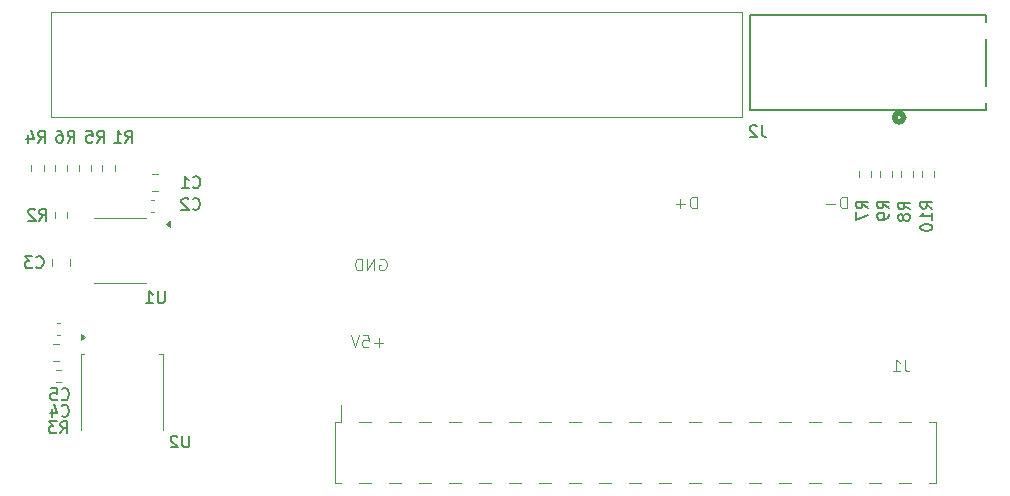
<source format=gbr>
%TF.GenerationSoftware,KiCad,Pcbnew,8.0.2*%
%TF.CreationDate,2024-06-02T13:55:41-07:00*%
%TF.ProjectId,RLS_PCBA,524c535f-5043-4424-912e-6b696361645f,rev?*%
%TF.SameCoordinates,Original*%
%TF.FileFunction,Legend,Bot*%
%TF.FilePolarity,Positive*%
%FSLAX46Y46*%
G04 Gerber Fmt 4.6, Leading zero omitted, Abs format (unit mm)*
G04 Created by KiCad (PCBNEW 8.0.2) date 2024-06-02 13:55:41*
%MOMM*%
%LPD*%
G01*
G04 APERTURE LIST*
%ADD10C,0.100000*%
%ADD11C,0.150000*%
%ADD12C,0.120000*%
%ADD13C,0.152400*%
%ADD14C,0.508000*%
G04 APERTURE END LIST*
D10*
X163875000Y-103109000D02*
X160475000Y-103109000D01*
X163875000Y-94234000D02*
X160350000Y-94234000D01*
X160475000Y-103109000D02*
X120475000Y-103109000D01*
X120350000Y-94234000D02*
X105350000Y-94234000D01*
X160350000Y-94234000D02*
X120350000Y-94234000D01*
X163875000Y-94234000D02*
X163875000Y-103109000D01*
X120475000Y-103109000D02*
X105350000Y-103109000D01*
X105350000Y-94234000D02*
X105350000Y-103109000D01*
X172696115Y-110870419D02*
X172696115Y-109870419D01*
X172696115Y-109870419D02*
X172458020Y-109870419D01*
X172458020Y-109870419D02*
X172315163Y-109918038D01*
X172315163Y-109918038D02*
X172219925Y-110013276D01*
X172219925Y-110013276D02*
X172172306Y-110108514D01*
X172172306Y-110108514D02*
X172124687Y-110298990D01*
X172124687Y-110298990D02*
X172124687Y-110441847D01*
X172124687Y-110441847D02*
X172172306Y-110632323D01*
X172172306Y-110632323D02*
X172219925Y-110727561D01*
X172219925Y-110727561D02*
X172315163Y-110822800D01*
X172315163Y-110822800D02*
X172458020Y-110870419D01*
X172458020Y-110870419D02*
X172696115Y-110870419D01*
X171696115Y-110489466D02*
X170934211Y-110489466D01*
X159996115Y-110870419D02*
X159996115Y-109870419D01*
X159996115Y-109870419D02*
X159758020Y-109870419D01*
X159758020Y-109870419D02*
X159615163Y-109918038D01*
X159615163Y-109918038D02*
X159519925Y-110013276D01*
X159519925Y-110013276D02*
X159472306Y-110108514D01*
X159472306Y-110108514D02*
X159424687Y-110298990D01*
X159424687Y-110298990D02*
X159424687Y-110441847D01*
X159424687Y-110441847D02*
X159472306Y-110632323D01*
X159472306Y-110632323D02*
X159519925Y-110727561D01*
X159519925Y-110727561D02*
X159615163Y-110822800D01*
X159615163Y-110822800D02*
X159758020Y-110870419D01*
X159758020Y-110870419D02*
X159996115Y-110870419D01*
X158996115Y-110489466D02*
X158234211Y-110489466D01*
X158615163Y-110870419D02*
X158615163Y-110108514D01*
X133172306Y-115170038D02*
X133267544Y-115122419D01*
X133267544Y-115122419D02*
X133410401Y-115122419D01*
X133410401Y-115122419D02*
X133553258Y-115170038D01*
X133553258Y-115170038D02*
X133648496Y-115265276D01*
X133648496Y-115265276D02*
X133696115Y-115360514D01*
X133696115Y-115360514D02*
X133743734Y-115550990D01*
X133743734Y-115550990D02*
X133743734Y-115693847D01*
X133743734Y-115693847D02*
X133696115Y-115884323D01*
X133696115Y-115884323D02*
X133648496Y-115979561D01*
X133648496Y-115979561D02*
X133553258Y-116074800D01*
X133553258Y-116074800D02*
X133410401Y-116122419D01*
X133410401Y-116122419D02*
X133315163Y-116122419D01*
X133315163Y-116122419D02*
X133172306Y-116074800D01*
X133172306Y-116074800D02*
X133124687Y-116027180D01*
X133124687Y-116027180D02*
X133124687Y-115693847D01*
X133124687Y-115693847D02*
X133315163Y-115693847D01*
X132696115Y-116122419D02*
X132696115Y-115122419D01*
X132696115Y-115122419D02*
X132124687Y-116122419D01*
X132124687Y-116122419D02*
X132124687Y-115122419D01*
X131648496Y-116122419D02*
X131648496Y-115122419D01*
X131648496Y-115122419D02*
X131410401Y-115122419D01*
X131410401Y-115122419D02*
X131267544Y-115170038D01*
X131267544Y-115170038D02*
X131172306Y-115265276D01*
X131172306Y-115265276D02*
X131124687Y-115360514D01*
X131124687Y-115360514D02*
X131077068Y-115550990D01*
X131077068Y-115550990D02*
X131077068Y-115693847D01*
X131077068Y-115693847D02*
X131124687Y-115884323D01*
X131124687Y-115884323D02*
X131172306Y-115979561D01*
X131172306Y-115979561D02*
X131267544Y-116074800D01*
X131267544Y-116074800D02*
X131410401Y-116122419D01*
X131410401Y-116122419D02*
X131648496Y-116122419D01*
X133446115Y-122241466D02*
X132684211Y-122241466D01*
X133065163Y-122622419D02*
X133065163Y-121860514D01*
X131731830Y-121622419D02*
X132208020Y-121622419D01*
X132208020Y-121622419D02*
X132255639Y-122098609D01*
X132255639Y-122098609D02*
X132208020Y-122050990D01*
X132208020Y-122050990D02*
X132112782Y-122003371D01*
X132112782Y-122003371D02*
X131874687Y-122003371D01*
X131874687Y-122003371D02*
X131779449Y-122050990D01*
X131779449Y-122050990D02*
X131731830Y-122098609D01*
X131731830Y-122098609D02*
X131684211Y-122193847D01*
X131684211Y-122193847D02*
X131684211Y-122431942D01*
X131684211Y-122431942D02*
X131731830Y-122527180D01*
X131731830Y-122527180D02*
X131779449Y-122574800D01*
X131779449Y-122574800D02*
X131874687Y-122622419D01*
X131874687Y-122622419D02*
X132112782Y-122622419D01*
X132112782Y-122622419D02*
X132208020Y-122574800D01*
X132208020Y-122574800D02*
X132255639Y-122527180D01*
X131398496Y-121622419D02*
X131065163Y-122622419D01*
X131065163Y-122622419D02*
X130731830Y-121622419D01*
D11*
X117334666Y-110903580D02*
X117382285Y-110951200D01*
X117382285Y-110951200D02*
X117525142Y-110998819D01*
X117525142Y-110998819D02*
X117620380Y-110998819D01*
X117620380Y-110998819D02*
X117763237Y-110951200D01*
X117763237Y-110951200D02*
X117858475Y-110855961D01*
X117858475Y-110855961D02*
X117906094Y-110760723D01*
X117906094Y-110760723D02*
X117953713Y-110570247D01*
X117953713Y-110570247D02*
X117953713Y-110427390D01*
X117953713Y-110427390D02*
X117906094Y-110236914D01*
X117906094Y-110236914D02*
X117858475Y-110141676D01*
X117858475Y-110141676D02*
X117763237Y-110046438D01*
X117763237Y-110046438D02*
X117620380Y-109998819D01*
X117620380Y-109998819D02*
X117525142Y-109998819D01*
X117525142Y-109998819D02*
X117382285Y-110046438D01*
X117382285Y-110046438D02*
X117334666Y-110094057D01*
X116953713Y-110094057D02*
X116906094Y-110046438D01*
X116906094Y-110046438D02*
X116810856Y-109998819D01*
X116810856Y-109998819D02*
X116572761Y-109998819D01*
X116572761Y-109998819D02*
X116477523Y-110046438D01*
X116477523Y-110046438D02*
X116429904Y-110094057D01*
X116429904Y-110094057D02*
X116382285Y-110189295D01*
X116382285Y-110189295D02*
X116382285Y-110284533D01*
X116382285Y-110284533D02*
X116429904Y-110427390D01*
X116429904Y-110427390D02*
X117001332Y-110998819D01*
X117001332Y-110998819D02*
X116382285Y-110998819D01*
X117359666Y-109053580D02*
X117407285Y-109101200D01*
X117407285Y-109101200D02*
X117550142Y-109148819D01*
X117550142Y-109148819D02*
X117645380Y-109148819D01*
X117645380Y-109148819D02*
X117788237Y-109101200D01*
X117788237Y-109101200D02*
X117883475Y-109005961D01*
X117883475Y-109005961D02*
X117931094Y-108910723D01*
X117931094Y-108910723D02*
X117978713Y-108720247D01*
X117978713Y-108720247D02*
X117978713Y-108577390D01*
X117978713Y-108577390D02*
X117931094Y-108386914D01*
X117931094Y-108386914D02*
X117883475Y-108291676D01*
X117883475Y-108291676D02*
X117788237Y-108196438D01*
X117788237Y-108196438D02*
X117645380Y-108148819D01*
X117645380Y-108148819D02*
X117550142Y-108148819D01*
X117550142Y-108148819D02*
X117407285Y-108196438D01*
X117407285Y-108196438D02*
X117359666Y-108244057D01*
X116407285Y-109148819D02*
X116978713Y-109148819D01*
X116692999Y-109148819D02*
X116692999Y-108148819D01*
X116692999Y-108148819D02*
X116788237Y-108291676D01*
X116788237Y-108291676D02*
X116883475Y-108386914D01*
X116883475Y-108386914D02*
X116978713Y-108434533D01*
X117029904Y-130098819D02*
X117029904Y-130908342D01*
X117029904Y-130908342D02*
X116982285Y-131003580D01*
X116982285Y-131003580D02*
X116934666Y-131051200D01*
X116934666Y-131051200D02*
X116839428Y-131098819D01*
X116839428Y-131098819D02*
X116648952Y-131098819D01*
X116648952Y-131098819D02*
X116553714Y-131051200D01*
X116553714Y-131051200D02*
X116506095Y-131003580D01*
X116506095Y-131003580D02*
X116458476Y-130908342D01*
X116458476Y-130908342D02*
X116458476Y-130098819D01*
X116029904Y-130194057D02*
X115982285Y-130146438D01*
X115982285Y-130146438D02*
X115887047Y-130098819D01*
X115887047Y-130098819D02*
X115648952Y-130098819D01*
X115648952Y-130098819D02*
X115553714Y-130146438D01*
X115553714Y-130146438D02*
X115506095Y-130194057D01*
X115506095Y-130194057D02*
X115458476Y-130289295D01*
X115458476Y-130289295D02*
X115458476Y-130384533D01*
X115458476Y-130384533D02*
X115506095Y-130527390D01*
X115506095Y-130527390D02*
X116077523Y-131098819D01*
X116077523Y-131098819D02*
X115458476Y-131098819D01*
X106234666Y-127003580D02*
X106282285Y-127051200D01*
X106282285Y-127051200D02*
X106425142Y-127098819D01*
X106425142Y-127098819D02*
X106520380Y-127098819D01*
X106520380Y-127098819D02*
X106663237Y-127051200D01*
X106663237Y-127051200D02*
X106758475Y-126955961D01*
X106758475Y-126955961D02*
X106806094Y-126860723D01*
X106806094Y-126860723D02*
X106853713Y-126670247D01*
X106853713Y-126670247D02*
X106853713Y-126527390D01*
X106853713Y-126527390D02*
X106806094Y-126336914D01*
X106806094Y-126336914D02*
X106758475Y-126241676D01*
X106758475Y-126241676D02*
X106663237Y-126146438D01*
X106663237Y-126146438D02*
X106520380Y-126098819D01*
X106520380Y-126098819D02*
X106425142Y-126098819D01*
X106425142Y-126098819D02*
X106282285Y-126146438D01*
X106282285Y-126146438D02*
X106234666Y-126194057D01*
X105329904Y-126098819D02*
X105806094Y-126098819D01*
X105806094Y-126098819D02*
X105853713Y-126575009D01*
X105853713Y-126575009D02*
X105806094Y-126527390D01*
X105806094Y-126527390D02*
X105710856Y-126479771D01*
X105710856Y-126479771D02*
X105472761Y-126479771D01*
X105472761Y-126479771D02*
X105377523Y-126527390D01*
X105377523Y-126527390D02*
X105329904Y-126575009D01*
X105329904Y-126575009D02*
X105282285Y-126670247D01*
X105282285Y-126670247D02*
X105282285Y-126908342D01*
X105282285Y-126908342D02*
X105329904Y-127003580D01*
X105329904Y-127003580D02*
X105377523Y-127051200D01*
X105377523Y-127051200D02*
X105472761Y-127098819D01*
X105472761Y-127098819D02*
X105710856Y-127098819D01*
X105710856Y-127098819D02*
X105806094Y-127051200D01*
X105806094Y-127051200D02*
X105853713Y-127003580D01*
X176281819Y-110858333D02*
X175805628Y-110525000D01*
X176281819Y-110286905D02*
X175281819Y-110286905D01*
X175281819Y-110286905D02*
X175281819Y-110667857D01*
X175281819Y-110667857D02*
X175329438Y-110763095D01*
X175329438Y-110763095D02*
X175377057Y-110810714D01*
X175377057Y-110810714D02*
X175472295Y-110858333D01*
X175472295Y-110858333D02*
X175615152Y-110858333D01*
X175615152Y-110858333D02*
X175710390Y-110810714D01*
X175710390Y-110810714D02*
X175758009Y-110763095D01*
X175758009Y-110763095D02*
X175805628Y-110667857D01*
X175805628Y-110667857D02*
X175805628Y-110286905D01*
X176281819Y-111334524D02*
X176281819Y-111525000D01*
X176281819Y-111525000D02*
X176234200Y-111620238D01*
X176234200Y-111620238D02*
X176186580Y-111667857D01*
X176186580Y-111667857D02*
X176043723Y-111763095D01*
X176043723Y-111763095D02*
X175853247Y-111810714D01*
X175853247Y-111810714D02*
X175472295Y-111810714D01*
X175472295Y-111810714D02*
X175377057Y-111763095D01*
X175377057Y-111763095D02*
X175329438Y-111715476D01*
X175329438Y-111715476D02*
X175281819Y-111620238D01*
X175281819Y-111620238D02*
X175281819Y-111429762D01*
X175281819Y-111429762D02*
X175329438Y-111334524D01*
X175329438Y-111334524D02*
X175377057Y-111286905D01*
X175377057Y-111286905D02*
X175472295Y-111239286D01*
X175472295Y-111239286D02*
X175710390Y-111239286D01*
X175710390Y-111239286D02*
X175805628Y-111286905D01*
X175805628Y-111286905D02*
X175853247Y-111334524D01*
X175853247Y-111334524D02*
X175900866Y-111429762D01*
X175900866Y-111429762D02*
X175900866Y-111620238D01*
X175900866Y-111620238D02*
X175853247Y-111715476D01*
X175853247Y-111715476D02*
X175805628Y-111763095D01*
X175805628Y-111763095D02*
X175710390Y-111810714D01*
X111634666Y-105298819D02*
X111967999Y-104822628D01*
X112206094Y-105298819D02*
X112206094Y-104298819D01*
X112206094Y-104298819D02*
X111825142Y-104298819D01*
X111825142Y-104298819D02*
X111729904Y-104346438D01*
X111729904Y-104346438D02*
X111682285Y-104394057D01*
X111682285Y-104394057D02*
X111634666Y-104489295D01*
X111634666Y-104489295D02*
X111634666Y-104632152D01*
X111634666Y-104632152D02*
X111682285Y-104727390D01*
X111682285Y-104727390D02*
X111729904Y-104775009D01*
X111729904Y-104775009D02*
X111825142Y-104822628D01*
X111825142Y-104822628D02*
X112206094Y-104822628D01*
X110682285Y-105298819D02*
X111253713Y-105298819D01*
X110967999Y-105298819D02*
X110967999Y-104298819D01*
X110967999Y-104298819D02*
X111063237Y-104441676D01*
X111063237Y-104441676D02*
X111158475Y-104536914D01*
X111158475Y-104536914D02*
X111253713Y-104584533D01*
X178064819Y-110958333D02*
X177588628Y-110625000D01*
X178064819Y-110386905D02*
X177064819Y-110386905D01*
X177064819Y-110386905D02*
X177064819Y-110767857D01*
X177064819Y-110767857D02*
X177112438Y-110863095D01*
X177112438Y-110863095D02*
X177160057Y-110910714D01*
X177160057Y-110910714D02*
X177255295Y-110958333D01*
X177255295Y-110958333D02*
X177398152Y-110958333D01*
X177398152Y-110958333D02*
X177493390Y-110910714D01*
X177493390Y-110910714D02*
X177541009Y-110863095D01*
X177541009Y-110863095D02*
X177588628Y-110767857D01*
X177588628Y-110767857D02*
X177588628Y-110386905D01*
X177493390Y-111529762D02*
X177445771Y-111434524D01*
X177445771Y-111434524D02*
X177398152Y-111386905D01*
X177398152Y-111386905D02*
X177302914Y-111339286D01*
X177302914Y-111339286D02*
X177255295Y-111339286D01*
X177255295Y-111339286D02*
X177160057Y-111386905D01*
X177160057Y-111386905D02*
X177112438Y-111434524D01*
X177112438Y-111434524D02*
X177064819Y-111529762D01*
X177064819Y-111529762D02*
X177064819Y-111720238D01*
X177064819Y-111720238D02*
X177112438Y-111815476D01*
X177112438Y-111815476D02*
X177160057Y-111863095D01*
X177160057Y-111863095D02*
X177255295Y-111910714D01*
X177255295Y-111910714D02*
X177302914Y-111910714D01*
X177302914Y-111910714D02*
X177398152Y-111863095D01*
X177398152Y-111863095D02*
X177445771Y-111815476D01*
X177445771Y-111815476D02*
X177493390Y-111720238D01*
X177493390Y-111720238D02*
X177493390Y-111529762D01*
X177493390Y-111529762D02*
X177541009Y-111434524D01*
X177541009Y-111434524D02*
X177588628Y-111386905D01*
X177588628Y-111386905D02*
X177683866Y-111339286D01*
X177683866Y-111339286D02*
X177874342Y-111339286D01*
X177874342Y-111339286D02*
X177969580Y-111386905D01*
X177969580Y-111386905D02*
X178017200Y-111434524D01*
X178017200Y-111434524D02*
X178064819Y-111529762D01*
X178064819Y-111529762D02*
X178064819Y-111720238D01*
X178064819Y-111720238D02*
X178017200Y-111815476D01*
X178017200Y-111815476D02*
X177969580Y-111863095D01*
X177969580Y-111863095D02*
X177874342Y-111910714D01*
X177874342Y-111910714D02*
X177683866Y-111910714D01*
X177683866Y-111910714D02*
X177588628Y-111863095D01*
X177588628Y-111863095D02*
X177541009Y-111815476D01*
X177541009Y-111815476D02*
X177493390Y-111720238D01*
X104359666Y-111898819D02*
X104692999Y-111422628D01*
X104931094Y-111898819D02*
X104931094Y-110898819D01*
X104931094Y-110898819D02*
X104550142Y-110898819D01*
X104550142Y-110898819D02*
X104454904Y-110946438D01*
X104454904Y-110946438D02*
X104407285Y-110994057D01*
X104407285Y-110994057D02*
X104359666Y-111089295D01*
X104359666Y-111089295D02*
X104359666Y-111232152D01*
X104359666Y-111232152D02*
X104407285Y-111327390D01*
X104407285Y-111327390D02*
X104454904Y-111375009D01*
X104454904Y-111375009D02*
X104550142Y-111422628D01*
X104550142Y-111422628D02*
X104931094Y-111422628D01*
X103978713Y-110994057D02*
X103931094Y-110946438D01*
X103931094Y-110946438D02*
X103835856Y-110898819D01*
X103835856Y-110898819D02*
X103597761Y-110898819D01*
X103597761Y-110898819D02*
X103502523Y-110946438D01*
X103502523Y-110946438D02*
X103454904Y-110994057D01*
X103454904Y-110994057D02*
X103407285Y-111089295D01*
X103407285Y-111089295D02*
X103407285Y-111184533D01*
X103407285Y-111184533D02*
X103454904Y-111327390D01*
X103454904Y-111327390D02*
X104026332Y-111898819D01*
X104026332Y-111898819D02*
X103407285Y-111898819D01*
X104234666Y-105298819D02*
X104567999Y-104822628D01*
X104806094Y-105298819D02*
X104806094Y-104298819D01*
X104806094Y-104298819D02*
X104425142Y-104298819D01*
X104425142Y-104298819D02*
X104329904Y-104346438D01*
X104329904Y-104346438D02*
X104282285Y-104394057D01*
X104282285Y-104394057D02*
X104234666Y-104489295D01*
X104234666Y-104489295D02*
X104234666Y-104632152D01*
X104234666Y-104632152D02*
X104282285Y-104727390D01*
X104282285Y-104727390D02*
X104329904Y-104775009D01*
X104329904Y-104775009D02*
X104425142Y-104822628D01*
X104425142Y-104822628D02*
X104806094Y-104822628D01*
X103377523Y-104632152D02*
X103377523Y-105298819D01*
X103615618Y-104251200D02*
X103853713Y-104965485D01*
X103853713Y-104965485D02*
X103234666Y-104965485D01*
X109234666Y-105298819D02*
X109567999Y-104822628D01*
X109806094Y-105298819D02*
X109806094Y-104298819D01*
X109806094Y-104298819D02*
X109425142Y-104298819D01*
X109425142Y-104298819D02*
X109329904Y-104346438D01*
X109329904Y-104346438D02*
X109282285Y-104394057D01*
X109282285Y-104394057D02*
X109234666Y-104489295D01*
X109234666Y-104489295D02*
X109234666Y-104632152D01*
X109234666Y-104632152D02*
X109282285Y-104727390D01*
X109282285Y-104727390D02*
X109329904Y-104775009D01*
X109329904Y-104775009D02*
X109425142Y-104822628D01*
X109425142Y-104822628D02*
X109806094Y-104822628D01*
X108329904Y-104298819D02*
X108806094Y-104298819D01*
X108806094Y-104298819D02*
X108853713Y-104775009D01*
X108853713Y-104775009D02*
X108806094Y-104727390D01*
X108806094Y-104727390D02*
X108710856Y-104679771D01*
X108710856Y-104679771D02*
X108472761Y-104679771D01*
X108472761Y-104679771D02*
X108377523Y-104727390D01*
X108377523Y-104727390D02*
X108329904Y-104775009D01*
X108329904Y-104775009D02*
X108282285Y-104870247D01*
X108282285Y-104870247D02*
X108282285Y-105108342D01*
X108282285Y-105108342D02*
X108329904Y-105203580D01*
X108329904Y-105203580D02*
X108377523Y-105251200D01*
X108377523Y-105251200D02*
X108472761Y-105298819D01*
X108472761Y-105298819D02*
X108710856Y-105298819D01*
X108710856Y-105298819D02*
X108806094Y-105251200D01*
X108806094Y-105251200D02*
X108853713Y-105203580D01*
X179947819Y-110882142D02*
X179471628Y-110548809D01*
X179947819Y-110310714D02*
X178947819Y-110310714D01*
X178947819Y-110310714D02*
X178947819Y-110691666D01*
X178947819Y-110691666D02*
X178995438Y-110786904D01*
X178995438Y-110786904D02*
X179043057Y-110834523D01*
X179043057Y-110834523D02*
X179138295Y-110882142D01*
X179138295Y-110882142D02*
X179281152Y-110882142D01*
X179281152Y-110882142D02*
X179376390Y-110834523D01*
X179376390Y-110834523D02*
X179424009Y-110786904D01*
X179424009Y-110786904D02*
X179471628Y-110691666D01*
X179471628Y-110691666D02*
X179471628Y-110310714D01*
X179947819Y-111834523D02*
X179947819Y-111263095D01*
X179947819Y-111548809D02*
X178947819Y-111548809D01*
X178947819Y-111548809D02*
X179090676Y-111453571D01*
X179090676Y-111453571D02*
X179185914Y-111358333D01*
X179185914Y-111358333D02*
X179233533Y-111263095D01*
X178947819Y-112453571D02*
X178947819Y-112548809D01*
X178947819Y-112548809D02*
X178995438Y-112644047D01*
X178995438Y-112644047D02*
X179043057Y-112691666D01*
X179043057Y-112691666D02*
X179138295Y-112739285D01*
X179138295Y-112739285D02*
X179328771Y-112786904D01*
X179328771Y-112786904D02*
X179566866Y-112786904D01*
X179566866Y-112786904D02*
X179757342Y-112739285D01*
X179757342Y-112739285D02*
X179852580Y-112691666D01*
X179852580Y-112691666D02*
X179900200Y-112644047D01*
X179900200Y-112644047D02*
X179947819Y-112548809D01*
X179947819Y-112548809D02*
X179947819Y-112453571D01*
X179947819Y-112453571D02*
X179900200Y-112358333D01*
X179900200Y-112358333D02*
X179852580Y-112310714D01*
X179852580Y-112310714D02*
X179757342Y-112263095D01*
X179757342Y-112263095D02*
X179566866Y-112215476D01*
X179566866Y-112215476D02*
X179328771Y-112215476D01*
X179328771Y-112215476D02*
X179138295Y-112263095D01*
X179138295Y-112263095D02*
X179043057Y-112310714D01*
X179043057Y-112310714D02*
X178995438Y-112358333D01*
X178995438Y-112358333D02*
X178947819Y-112453571D01*
D10*
X177625333Y-123663419D02*
X177625333Y-124377704D01*
X177625333Y-124377704D02*
X177672952Y-124520561D01*
X177672952Y-124520561D02*
X177768190Y-124615800D01*
X177768190Y-124615800D02*
X177911047Y-124663419D01*
X177911047Y-124663419D02*
X178006285Y-124663419D01*
X176625333Y-124663419D02*
X177196761Y-124663419D01*
X176911047Y-124663419D02*
X176911047Y-123663419D01*
X176911047Y-123663419D02*
X177006285Y-123806276D01*
X177006285Y-123806276D02*
X177101523Y-123901514D01*
X177101523Y-123901514D02*
X177196761Y-123949133D01*
D11*
X106134666Y-129898819D02*
X106467999Y-129422628D01*
X106706094Y-129898819D02*
X106706094Y-128898819D01*
X106706094Y-128898819D02*
X106325142Y-128898819D01*
X106325142Y-128898819D02*
X106229904Y-128946438D01*
X106229904Y-128946438D02*
X106182285Y-128994057D01*
X106182285Y-128994057D02*
X106134666Y-129089295D01*
X106134666Y-129089295D02*
X106134666Y-129232152D01*
X106134666Y-129232152D02*
X106182285Y-129327390D01*
X106182285Y-129327390D02*
X106229904Y-129375009D01*
X106229904Y-129375009D02*
X106325142Y-129422628D01*
X106325142Y-129422628D02*
X106706094Y-129422628D01*
X105801332Y-128898819D02*
X105182285Y-128898819D01*
X105182285Y-128898819D02*
X105515618Y-129279771D01*
X105515618Y-129279771D02*
X105372761Y-129279771D01*
X105372761Y-129279771D02*
X105277523Y-129327390D01*
X105277523Y-129327390D02*
X105229904Y-129375009D01*
X105229904Y-129375009D02*
X105182285Y-129470247D01*
X105182285Y-129470247D02*
X105182285Y-129708342D01*
X105182285Y-129708342D02*
X105229904Y-129803580D01*
X105229904Y-129803580D02*
X105277523Y-129851200D01*
X105277523Y-129851200D02*
X105372761Y-129898819D01*
X105372761Y-129898819D02*
X105658475Y-129898819D01*
X105658475Y-129898819D02*
X105753713Y-129851200D01*
X105753713Y-129851200D02*
X105801332Y-129803580D01*
X104082535Y-115824886D02*
X104130154Y-115872506D01*
X104130154Y-115872506D02*
X104273011Y-115920125D01*
X104273011Y-115920125D02*
X104368249Y-115920125D01*
X104368249Y-115920125D02*
X104511106Y-115872506D01*
X104511106Y-115872506D02*
X104606344Y-115777267D01*
X104606344Y-115777267D02*
X104653963Y-115682029D01*
X104653963Y-115682029D02*
X104701582Y-115491553D01*
X104701582Y-115491553D02*
X104701582Y-115348696D01*
X104701582Y-115348696D02*
X104653963Y-115158220D01*
X104653963Y-115158220D02*
X104606344Y-115062982D01*
X104606344Y-115062982D02*
X104511106Y-114967744D01*
X104511106Y-114967744D02*
X104368249Y-114920125D01*
X104368249Y-114920125D02*
X104273011Y-114920125D01*
X104273011Y-114920125D02*
X104130154Y-114967744D01*
X104130154Y-114967744D02*
X104082535Y-115015363D01*
X103749201Y-114920125D02*
X103130154Y-114920125D01*
X103130154Y-114920125D02*
X103463487Y-115301077D01*
X103463487Y-115301077D02*
X103320630Y-115301077D01*
X103320630Y-115301077D02*
X103225392Y-115348696D01*
X103225392Y-115348696D02*
X103177773Y-115396315D01*
X103177773Y-115396315D02*
X103130154Y-115491553D01*
X103130154Y-115491553D02*
X103130154Y-115729648D01*
X103130154Y-115729648D02*
X103177773Y-115824886D01*
X103177773Y-115824886D02*
X103225392Y-115872506D01*
X103225392Y-115872506D02*
X103320630Y-115920125D01*
X103320630Y-115920125D02*
X103606344Y-115920125D01*
X103606344Y-115920125D02*
X103701582Y-115872506D01*
X103701582Y-115872506D02*
X103749201Y-115824886D01*
X106734666Y-105298819D02*
X107067999Y-104822628D01*
X107306094Y-105298819D02*
X107306094Y-104298819D01*
X107306094Y-104298819D02*
X106925142Y-104298819D01*
X106925142Y-104298819D02*
X106829904Y-104346438D01*
X106829904Y-104346438D02*
X106782285Y-104394057D01*
X106782285Y-104394057D02*
X106734666Y-104489295D01*
X106734666Y-104489295D02*
X106734666Y-104632152D01*
X106734666Y-104632152D02*
X106782285Y-104727390D01*
X106782285Y-104727390D02*
X106829904Y-104775009D01*
X106829904Y-104775009D02*
X106925142Y-104822628D01*
X106925142Y-104822628D02*
X107306094Y-104822628D01*
X105877523Y-104298819D02*
X106067999Y-104298819D01*
X106067999Y-104298819D02*
X106163237Y-104346438D01*
X106163237Y-104346438D02*
X106210856Y-104394057D01*
X106210856Y-104394057D02*
X106306094Y-104536914D01*
X106306094Y-104536914D02*
X106353713Y-104727390D01*
X106353713Y-104727390D02*
X106353713Y-105108342D01*
X106353713Y-105108342D02*
X106306094Y-105203580D01*
X106306094Y-105203580D02*
X106258475Y-105251200D01*
X106258475Y-105251200D02*
X106163237Y-105298819D01*
X106163237Y-105298819D02*
X105972761Y-105298819D01*
X105972761Y-105298819D02*
X105877523Y-105251200D01*
X105877523Y-105251200D02*
X105829904Y-105203580D01*
X105829904Y-105203580D02*
X105782285Y-105108342D01*
X105782285Y-105108342D02*
X105782285Y-104870247D01*
X105782285Y-104870247D02*
X105829904Y-104775009D01*
X105829904Y-104775009D02*
X105877523Y-104727390D01*
X105877523Y-104727390D02*
X105972761Y-104679771D01*
X105972761Y-104679771D02*
X106163237Y-104679771D01*
X106163237Y-104679771D02*
X106258475Y-104727390D01*
X106258475Y-104727390D02*
X106306094Y-104775009D01*
X106306094Y-104775009D02*
X106353713Y-104870247D01*
X114954904Y-117898819D02*
X114954904Y-118708342D01*
X114954904Y-118708342D02*
X114907285Y-118803580D01*
X114907285Y-118803580D02*
X114859666Y-118851200D01*
X114859666Y-118851200D02*
X114764428Y-118898819D01*
X114764428Y-118898819D02*
X114573952Y-118898819D01*
X114573952Y-118898819D02*
X114478714Y-118851200D01*
X114478714Y-118851200D02*
X114431095Y-118803580D01*
X114431095Y-118803580D02*
X114383476Y-118708342D01*
X114383476Y-118708342D02*
X114383476Y-117898819D01*
X113383476Y-118898819D02*
X113954904Y-118898819D01*
X113669190Y-118898819D02*
X113669190Y-117898819D01*
X113669190Y-117898819D02*
X113764428Y-118041676D01*
X113764428Y-118041676D02*
X113859666Y-118136914D01*
X113859666Y-118136914D02*
X113954904Y-118184533D01*
X174498819Y-110858333D02*
X174022628Y-110525000D01*
X174498819Y-110286905D02*
X173498819Y-110286905D01*
X173498819Y-110286905D02*
X173498819Y-110667857D01*
X173498819Y-110667857D02*
X173546438Y-110763095D01*
X173546438Y-110763095D02*
X173594057Y-110810714D01*
X173594057Y-110810714D02*
X173689295Y-110858333D01*
X173689295Y-110858333D02*
X173832152Y-110858333D01*
X173832152Y-110858333D02*
X173927390Y-110810714D01*
X173927390Y-110810714D02*
X173975009Y-110763095D01*
X173975009Y-110763095D02*
X174022628Y-110667857D01*
X174022628Y-110667857D02*
X174022628Y-110286905D01*
X173498819Y-111191667D02*
X173498819Y-111858333D01*
X173498819Y-111858333D02*
X174498819Y-111429762D01*
X165500283Y-103823419D02*
X165500283Y-104537704D01*
X165500283Y-104537704D02*
X165547902Y-104680561D01*
X165547902Y-104680561D02*
X165643140Y-104775800D01*
X165643140Y-104775800D02*
X165785997Y-104823419D01*
X165785997Y-104823419D02*
X165881235Y-104823419D01*
X165071711Y-103918657D02*
X165024092Y-103871038D01*
X165024092Y-103871038D02*
X164928854Y-103823419D01*
X164928854Y-103823419D02*
X164690759Y-103823419D01*
X164690759Y-103823419D02*
X164595521Y-103871038D01*
X164595521Y-103871038D02*
X164547902Y-103918657D01*
X164547902Y-103918657D02*
X164500283Y-104013895D01*
X164500283Y-104013895D02*
X164500283Y-104109133D01*
X164500283Y-104109133D02*
X164547902Y-104251990D01*
X164547902Y-104251990D02*
X165119330Y-104823419D01*
X165119330Y-104823419D02*
X164500283Y-104823419D01*
X106234666Y-128403580D02*
X106282285Y-128451200D01*
X106282285Y-128451200D02*
X106425142Y-128498819D01*
X106425142Y-128498819D02*
X106520380Y-128498819D01*
X106520380Y-128498819D02*
X106663237Y-128451200D01*
X106663237Y-128451200D02*
X106758475Y-128355961D01*
X106758475Y-128355961D02*
X106806094Y-128260723D01*
X106806094Y-128260723D02*
X106853713Y-128070247D01*
X106853713Y-128070247D02*
X106853713Y-127927390D01*
X106853713Y-127927390D02*
X106806094Y-127736914D01*
X106806094Y-127736914D02*
X106758475Y-127641676D01*
X106758475Y-127641676D02*
X106663237Y-127546438D01*
X106663237Y-127546438D02*
X106520380Y-127498819D01*
X106520380Y-127498819D02*
X106425142Y-127498819D01*
X106425142Y-127498819D02*
X106282285Y-127546438D01*
X106282285Y-127546438D02*
X106234666Y-127594057D01*
X105377523Y-127832152D02*
X105377523Y-128498819D01*
X105615618Y-127451200D02*
X105853713Y-128165485D01*
X105853713Y-128165485D02*
X105234666Y-128165485D01*
D12*
%TO.C,C2*%
X113802420Y-111204000D02*
X114083580Y-111204000D01*
X113802420Y-110184000D02*
X114083580Y-110184000D01*
%TO.C,C1*%
X113881748Y-109429000D02*
X114404252Y-109429000D01*
X113881748Y-107959000D02*
X114404252Y-107959000D01*
%TO.C,U2*%
X108195500Y-121754000D02*
X107865500Y-121994000D01*
X107865500Y-121514000D01*
X108195500Y-121754000D01*
G36*
X108195500Y-121754000D02*
G01*
X107865500Y-121994000D01*
X107865500Y-121514000D01*
X108195500Y-121754000D01*
G37*
X114785500Y-123174000D02*
X114785500Y-129594000D01*
X114515500Y-123174000D02*
X114785500Y-123174000D01*
X108155500Y-123174000D02*
X107885500Y-123174000D01*
X107885500Y-123174000D02*
X107885500Y-129594000D01*
%TO.C,C5*%
X105827420Y-121554000D02*
X106108580Y-121554000D01*
X105827420Y-120534000D02*
X106108580Y-120534000D01*
%TO.C,R9*%
X175499500Y-108187258D02*
X175499500Y-107712742D01*
X176544500Y-108187258D02*
X176544500Y-107712742D01*
%TO.C,R1*%
X110715500Y-107206742D02*
X110715500Y-107681258D01*
X109670500Y-107206742D02*
X109670500Y-107681258D01*
%TO.C,R8*%
X177277500Y-108187258D02*
X177277500Y-107712742D01*
X178322500Y-108187258D02*
X178322500Y-107712742D01*
%TO.C,R2*%
X106715500Y-111206742D02*
X106715500Y-111681258D01*
X105670500Y-111206742D02*
X105670500Y-111681258D01*
%TO.C,R4*%
X104715500Y-107206742D02*
X104715500Y-107681258D01*
X103670500Y-107206742D02*
X103670500Y-107681258D01*
%TO.C,R5*%
X108715500Y-107206742D02*
X108715500Y-107681258D01*
X107670500Y-107206742D02*
X107670500Y-107681258D01*
%TO.C,R10*%
X179055500Y-108187258D02*
X179055500Y-107712742D01*
X180100500Y-108187258D02*
X180100500Y-107712742D01*
%TO.C,J1*%
X129350000Y-134157000D02*
X129350000Y-128957000D01*
X129920000Y-128957000D02*
X129350000Y-128957000D01*
X129920000Y-128957000D02*
X129920000Y-127517000D01*
X129920000Y-134157000D02*
X129350000Y-134157000D01*
X132460000Y-128957000D02*
X131440000Y-128957000D01*
X132460000Y-134157000D02*
X131440000Y-134157000D01*
X135000000Y-128957000D02*
X133980000Y-128957000D01*
X135000000Y-134157000D02*
X133980000Y-134157000D01*
X137540000Y-128957000D02*
X136520000Y-128957000D01*
X137540000Y-134157000D02*
X136520000Y-134157000D01*
X140080000Y-128957000D02*
X139060000Y-128957000D01*
X140080000Y-134157000D02*
X139060000Y-134157000D01*
X142620000Y-128957000D02*
X141600000Y-128957000D01*
X142620000Y-134157000D02*
X141600000Y-134157000D01*
X145160000Y-128957000D02*
X144140000Y-128957000D01*
X145160000Y-134157000D02*
X144140000Y-134157000D01*
X147700000Y-128957000D02*
X146680000Y-128957000D01*
X147700000Y-134157000D02*
X146680000Y-134157000D01*
X150240000Y-128957000D02*
X149220000Y-128957000D01*
X150240000Y-134157000D02*
X149220000Y-134157000D01*
X152780000Y-128957000D02*
X151760000Y-128957000D01*
X152780000Y-134157000D02*
X151760000Y-134157000D01*
X155320000Y-128957000D02*
X154300000Y-128957000D01*
X155320000Y-134157000D02*
X154300000Y-134157000D01*
X157860000Y-128957000D02*
X156840000Y-128957000D01*
X157860000Y-134157000D02*
X156840000Y-134157000D01*
X160400000Y-128957000D02*
X159380000Y-128957000D01*
X160400000Y-134157000D02*
X159380000Y-134157000D01*
X162940000Y-128957000D02*
X161920000Y-128957000D01*
X162940000Y-134157000D02*
X161920000Y-134157000D01*
X165480000Y-128957000D02*
X164460000Y-128957000D01*
X165480000Y-134157000D02*
X164460000Y-134157000D01*
X168020000Y-128957000D02*
X167000000Y-128957000D01*
X168020000Y-134157000D02*
X167000000Y-134157000D01*
X170560000Y-128957000D02*
X169540000Y-128957000D01*
X170560000Y-134157000D02*
X169540000Y-134157000D01*
X173100000Y-128957000D02*
X172080000Y-128957000D01*
X173100000Y-134157000D02*
X172080000Y-134157000D01*
X175640000Y-128957000D02*
X174620000Y-128957000D01*
X175640000Y-134157000D02*
X174620000Y-134157000D01*
X178180000Y-128957000D02*
X177160000Y-128957000D01*
X178180000Y-134157000D02*
X177160000Y-134157000D01*
X180270000Y-128957000D02*
X179700000Y-128957000D01*
X180270000Y-134157000D02*
X179700000Y-134157000D01*
X180270000Y-134157000D02*
X180270000Y-128957000D01*
%TO.C,R3*%
X105730742Y-125566500D02*
X106205258Y-125566500D01*
X105730742Y-124521500D02*
X106205258Y-124521500D01*
%TO.C,C3*%
X106928000Y-115705252D02*
X106928000Y-115182748D01*
X105458000Y-115705252D02*
X105458000Y-115182748D01*
%TO.C,R6*%
X106715500Y-107206742D02*
X106715500Y-107681258D01*
X105670500Y-107206742D02*
X105670500Y-107681258D01*
%TO.C,U1*%
X115383000Y-112409000D02*
X115053000Y-112169000D01*
X115383000Y-111929000D01*
X115383000Y-112409000D01*
G36*
X115383000Y-112409000D02*
G01*
X115053000Y-112169000D01*
X115383000Y-111929000D01*
X115383000Y-112409000D01*
G37*
X113393000Y-117179000D02*
X111193000Y-117179000D01*
X113393000Y-111709000D02*
X111193000Y-111709000D01*
X108993000Y-117179000D02*
X111193000Y-117179000D01*
X108993000Y-111709000D02*
X111193000Y-111709000D01*
%TO.C,R7*%
X173721500Y-108187258D02*
X173721500Y-107712742D01*
X174766500Y-108187258D02*
X174766500Y-107712742D01*
D13*
%TO.C,J2*%
X164509549Y-94513400D02*
X164509549Y-102539800D01*
X164509549Y-102539800D02*
X184473949Y-102539800D01*
X184473949Y-94513400D02*
X164509549Y-94513400D01*
X184473949Y-95090111D02*
X184473949Y-94513400D01*
X184473949Y-100530110D02*
X184473949Y-96523090D01*
X184473949Y-102539800D02*
X184473949Y-101963089D01*
D14*
X177517951Y-103174800D02*
G75*
G02*
X176755951Y-103174800I-381000J0D01*
G01*
X176755951Y-103174800D02*
G75*
G02*
X177517951Y-103174800I381000J0D01*
G01*
D12*
%TO.C,C4*%
X105506748Y-123779000D02*
X106029252Y-123779000D01*
X105506748Y-122309000D02*
X106029252Y-122309000D01*
%TD*%
M02*

</source>
